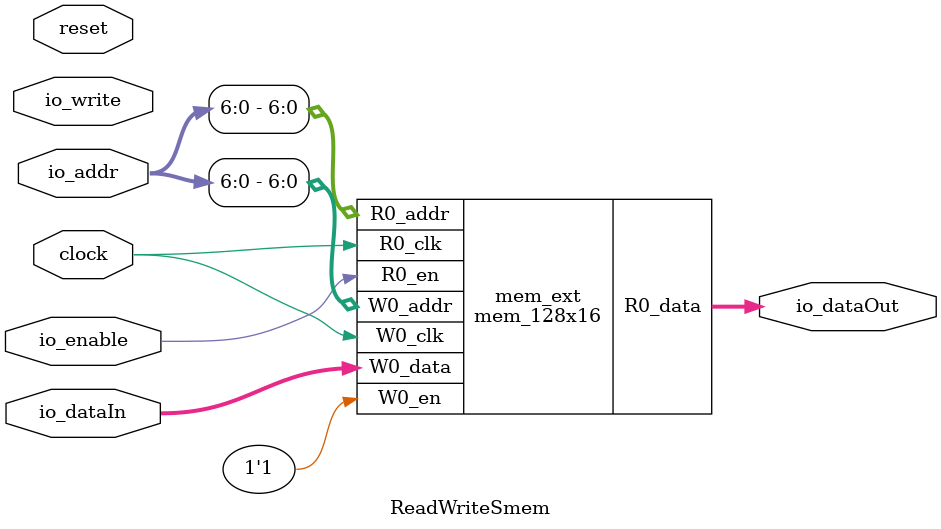
<source format=v>
module mem_128x16(
  input  [6:0]  R0_addr,
  input         R0_en,
                R0_clk,
  input  [6:0]  W0_addr,
  input         W0_en,
                W0_clk,
  input  [15:0] W0_data,
  output [15:0] R0_data
);

  reg [15:0] Memory[0:127];
  reg        _R0_en_d0;
  reg [6:0]  _R0_addr_d0;
  always @(posedge R0_clk) begin
    _R0_en_d0 <= R0_en;
    _R0_addr_d0 <= R0_addr;
  end // always @(posedge)
  always @(posedge W0_clk) begin
    if (W0_en)
      Memory[W0_addr] <= W0_data;
  end // always @(posedge)
  assign R0_data = _R0_en_d0 ? Memory[_R0_addr_d0] : 16'bx;
endmodule

module ReadWriteSmem(
  input         clock,
                reset,
                io_enable,
                io_write,
  input  [9:0]  io_addr,
  input  [15:0] io_dataIn,
  output [15:0] io_dataOut
);

  mem_128x16 mem_ext (
    .R0_addr (io_addr[6:0]),
    .R0_en   (io_enable),
    .R0_clk  (clock),
    .W0_addr (io_addr[6:0]),
    .W0_en   (1'h1),
    .W0_clk  (clock),
    .W0_data (io_dataIn),
    .R0_data (io_dataOut)
  );
endmodule


</source>
